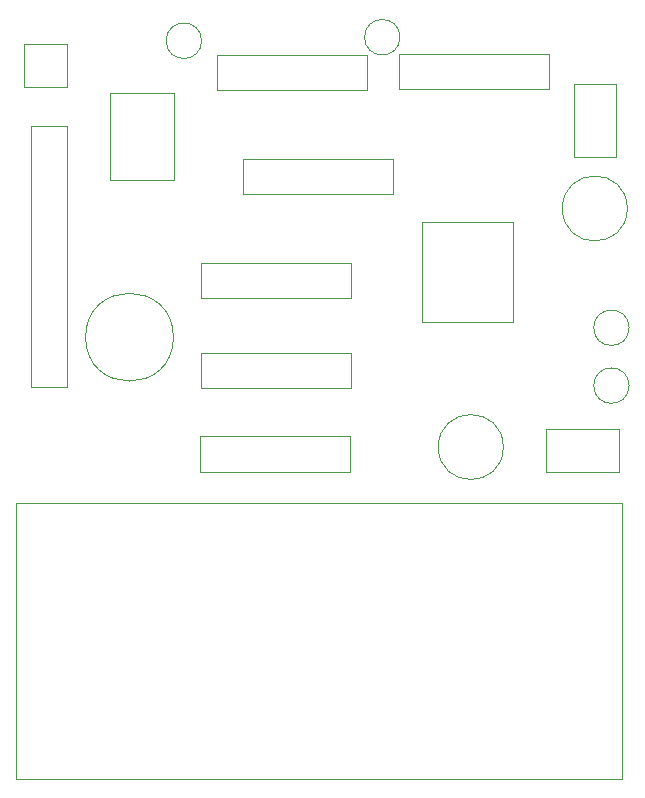
<source format=gbr>
%TF.GenerationSoftware,KiCad,Pcbnew,8.0.6*%
%TF.CreationDate,2025-02-20T03:10:47-08:00*%
%TF.ProjectId,ECE 412,45434520-3431-4322-9e6b-696361645f70,A*%
%TF.SameCoordinates,Original*%
%TF.FileFunction,Other,User*%
%FSLAX46Y46*%
G04 Gerber Fmt 4.6, Leading zero omitted, Abs format (unit mm)*
G04 Created by KiCad (PCBNEW 8.0.6) date 2025-02-20 03:10:47*
%MOMM*%
%LPD*%
G01*
G04 APERTURE LIST*
%ADD10C,0.050000*%
G04 APERTURE END LIST*
D10*
%TO.C,TP4*%
X186000000Y-83300000D02*
G75*
G02*
X183000000Y-83300000I-1500000J0D01*
G01*
X183000000Y-83300000D02*
G75*
G02*
X186000000Y-83300000I1500000J0D01*
G01*
%TO.C,TP3*%
X186000000Y-78400000D02*
G75*
G02*
X183000000Y-78400000I-1500000J0D01*
G01*
X183000000Y-78400000D02*
G75*
G02*
X186000000Y-78400000I1500000J0D01*
G01*
%TO.C,TP2*%
X149800000Y-54100000D02*
G75*
G02*
X146800000Y-54100000I-1500000J0D01*
G01*
X146800000Y-54100000D02*
G75*
G02*
X149800000Y-54100000I1500000J0D01*
G01*
%TO.C,TP1*%
X166600000Y-53800000D02*
G75*
G02*
X163600000Y-53800000I-1500000J0D01*
G01*
X163600000Y-53800000D02*
G75*
G02*
X166600000Y-53800000I1500000J0D01*
G01*
%TO.C,R4*%
X153350000Y-64100000D02*
X153350000Y-67100000D01*
X153350000Y-67100000D02*
X166050000Y-67100000D01*
X166050000Y-64100000D02*
X153350000Y-64100000D01*
X166050000Y-67100000D02*
X166050000Y-64100000D01*
%TO.C,R2*%
X151070000Y-55300000D02*
X151070000Y-58300000D01*
X151070000Y-58300000D02*
X163770000Y-58300000D01*
X163770000Y-55300000D02*
X151070000Y-55300000D01*
X163770000Y-58300000D02*
X163770000Y-55300000D01*
%TO.C,U4*%
X142027500Y-58500000D02*
X142027500Y-65910000D01*
X147432500Y-58500000D02*
X142027500Y-58500000D01*
X147432500Y-58500000D02*
X147432500Y-65910000D01*
X147432500Y-65910000D02*
X142027500Y-65910000D01*
%TO.C,J2*%
X178960000Y-87000000D02*
X178960000Y-90600000D01*
X178960000Y-90600000D02*
X185110000Y-90600000D01*
X185110000Y-87000000D02*
X178960000Y-87000000D01*
X185110000Y-90600000D02*
X185110000Y-87000000D01*
%TO.C,C4*%
X175350000Y-88500000D02*
G75*
G02*
X169850000Y-88500000I-2750000J0D01*
G01*
X169850000Y-88500000D02*
G75*
G02*
X175350000Y-88500000I2750000J0D01*
G01*
%TO.C,R1*%
X166550000Y-55200000D02*
X166550000Y-58200000D01*
X166550000Y-58200000D02*
X179250000Y-58200000D01*
X179250000Y-55200000D02*
X166550000Y-55200000D01*
X179250000Y-58200000D02*
X179250000Y-55200000D01*
%TO.C,R3*%
X135376000Y-61350974D02*
X135376000Y-83449027D01*
X135376000Y-83449027D02*
X138424000Y-83448974D01*
X138424000Y-61350974D02*
X135376000Y-61350974D01*
X138424000Y-61350974D02*
X138424000Y-83448974D01*
%TO.C,R6*%
X149770000Y-80500000D02*
X149770000Y-83500000D01*
X149770000Y-83500000D02*
X162470000Y-83500000D01*
X162470000Y-80500000D02*
X149770000Y-80500000D01*
X162470000Y-83500000D02*
X162470000Y-80500000D01*
%TO.C,R7*%
X149690000Y-87600000D02*
X149690000Y-90600000D01*
X149690000Y-90600000D02*
X162390000Y-90600000D01*
X162390000Y-87600000D02*
X149690000Y-87600000D01*
X162390000Y-90600000D02*
X162390000Y-87600000D01*
%TO.C,C3*%
X185850000Y-68300000D02*
G75*
G02*
X180350000Y-68300000I-2750000J0D01*
G01*
X180350000Y-68300000D02*
G75*
G02*
X185850000Y-68300000I2750000J0D01*
G01*
%TO.C,J1*%
X134800000Y-54400000D02*
X134800000Y-58000000D01*
X134800000Y-58000000D02*
X138400000Y-58000000D01*
X138400000Y-54400000D02*
X134800000Y-54400000D01*
X138400000Y-58000000D02*
X138400000Y-54400000D01*
%TO.C,U5*%
X168430000Y-69475000D02*
X168430000Y-77875000D01*
X168430000Y-69475000D02*
X176200000Y-69475000D01*
X168430000Y-77875000D02*
X176200000Y-77875000D01*
X176200000Y-69475000D02*
X176200000Y-77875000D01*
%TO.C,Vbat1*%
X181300000Y-57800000D02*
X181300000Y-63950000D01*
X181300000Y-63950000D02*
X184900000Y-63950000D01*
X184900000Y-57800000D02*
X181300000Y-57800000D01*
X184900000Y-63950000D02*
X184900000Y-57800000D01*
%TO.C,C5*%
X147420000Y-79200000D02*
G75*
G02*
X139980000Y-79200000I-3720000J0D01*
G01*
X139980000Y-79200000D02*
G75*
G02*
X147420000Y-79200000I3720000J0D01*
G01*
%TO.C,U2*%
X134060000Y-93220000D02*
X185360000Y-93220000D01*
X134060000Y-116580000D02*
X134060000Y-93220000D01*
X185360000Y-93220000D02*
X185360000Y-116580000D01*
X185360000Y-116580000D02*
X134060000Y-116580000D01*
%TO.C,R5*%
X149770000Y-72900000D02*
X149770000Y-75900000D01*
X149770000Y-75900000D02*
X162470000Y-75900000D01*
X162470000Y-72900000D02*
X149770000Y-72900000D01*
X162470000Y-75900000D02*
X162470000Y-72900000D01*
%TD*%
M02*

</source>
